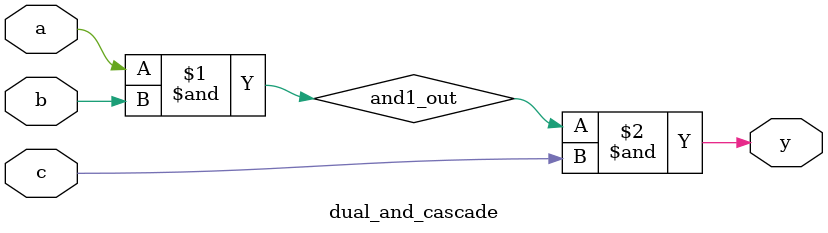
<source format=v>
module dual_and_cascade (
    input wire a,
    input wire b,
    input wire c,
    output wire y
);

wire and1_out;

assign and1_out = a & b; // First AND gate
assign y = and1_out & c; // Second AND gate

endmodule

</source>
